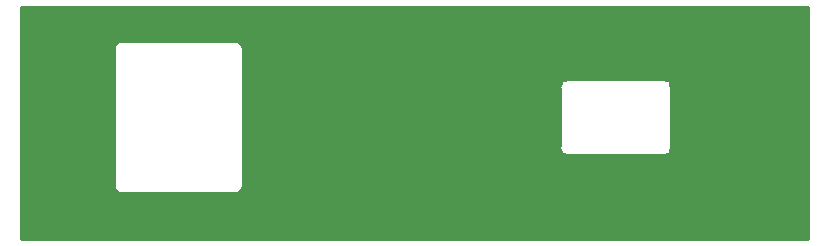
<source format=gbl>
G04 #@! TF.GenerationSoftware,KiCad,Pcbnew,5.0.0-rc2*
G04 #@! TF.CreationDate,2019-06-24T18:00:31-04:00*
G04 #@! TF.ProjectId,panelback,70616E656C6261636B2E6B696361645F,rev?*
G04 #@! TF.SameCoordinates,Original*
G04 #@! TF.FileFunction,Copper,L2,Bot,Signal*
G04 #@! TF.FilePolarity,Positive*
%FSLAX46Y46*%
G04 Gerber Fmt 4.6, Leading zero omitted, Abs format (unit mm)*
G04 Created by KiCad (PCBNEW 5.0.0-rc2) date Mon Jun 24 18:00:31 2019*
%MOMM*%
%LPD*%
G01*
G04 APERTURE LIST*
G04 #@! TA.AperFunction,NonConductor*
%ADD10C,0.254000*%
G04 #@! TD*
G04 APERTURE END LIST*
D10*
G36*
X127288801Y-99288800D02*
X60711199Y-99288800D01*
X60711199Y-83250000D01*
X68524867Y-83250000D01*
X68538800Y-83320046D01*
X68538801Y-94679949D01*
X68524867Y-94750000D01*
X68580064Y-95027496D01*
X68737254Y-95262746D01*
X68972504Y-95419936D01*
X69179954Y-95461200D01*
X69250000Y-95475133D01*
X69320045Y-95461200D01*
X78679955Y-95461200D01*
X78750000Y-95475133D01*
X78820046Y-95461200D01*
X79027496Y-95419936D01*
X79262746Y-95262746D01*
X79419936Y-95027496D01*
X79475133Y-94750000D01*
X79461199Y-94679949D01*
X79461199Y-86500000D01*
X106274867Y-86500000D01*
X106288801Y-86570051D01*
X106288800Y-91429953D01*
X106274867Y-91500000D01*
X106330064Y-91777496D01*
X106373000Y-91841754D01*
X106373000Y-92000000D01*
X106382667Y-92048601D01*
X106410197Y-92089803D01*
X106451399Y-92117333D01*
X106500000Y-92127000D01*
X106658246Y-92127000D01*
X106722504Y-92169936D01*
X106929954Y-92211200D01*
X106929955Y-92211200D01*
X107000000Y-92225133D01*
X107070046Y-92211200D01*
X114929954Y-92211200D01*
X115000000Y-92225133D01*
X115070045Y-92211200D01*
X115070046Y-92211200D01*
X115277496Y-92169936D01*
X115341754Y-92127000D01*
X115500000Y-92127000D01*
X115548601Y-92117333D01*
X115589803Y-92089803D01*
X115617333Y-92048601D01*
X115627000Y-92000000D01*
X115627000Y-91841754D01*
X115669936Y-91777496D01*
X115725133Y-91500000D01*
X115711200Y-91429953D01*
X115711199Y-87070050D01*
X115711200Y-87070045D01*
X115711199Y-86570050D01*
X115725133Y-86500000D01*
X115669936Y-86222504D01*
X115627000Y-86158246D01*
X115627000Y-86000000D01*
X115617333Y-85951399D01*
X115589803Y-85910197D01*
X115548601Y-85882667D01*
X115500000Y-85873000D01*
X115341754Y-85873000D01*
X115277496Y-85830064D01*
X115070046Y-85788800D01*
X115000000Y-85774867D01*
X114929955Y-85788800D01*
X107070045Y-85788800D01*
X107000000Y-85774867D01*
X106929954Y-85788800D01*
X106722504Y-85830064D01*
X106658246Y-85873000D01*
X106500000Y-85873000D01*
X106451399Y-85882667D01*
X106410197Y-85910197D01*
X106382667Y-85951399D01*
X106373000Y-86000000D01*
X106373000Y-86158246D01*
X106330064Y-86222504D01*
X106274867Y-86500000D01*
X79461199Y-86500000D01*
X79461200Y-83320046D01*
X79475133Y-83250000D01*
X79419936Y-82972504D01*
X79262746Y-82737254D01*
X79027496Y-82580064D01*
X78820046Y-82538800D01*
X78820045Y-82538800D01*
X78750000Y-82524867D01*
X78679954Y-82538800D01*
X69320046Y-82538800D01*
X69250000Y-82524867D01*
X69179955Y-82538800D01*
X69179954Y-82538800D01*
X68972504Y-82580064D01*
X68737254Y-82737254D01*
X68580064Y-82972504D01*
X68524867Y-83250000D01*
X60711199Y-83250000D01*
X60711200Y-79711200D01*
X127288800Y-79711200D01*
X127288801Y-99288800D01*
X127288801Y-99288800D01*
G37*
X127288801Y-99288800D02*
X60711199Y-99288800D01*
X60711199Y-83250000D01*
X68524867Y-83250000D01*
X68538800Y-83320046D01*
X68538801Y-94679949D01*
X68524867Y-94750000D01*
X68580064Y-95027496D01*
X68737254Y-95262746D01*
X68972504Y-95419936D01*
X69179954Y-95461200D01*
X69250000Y-95475133D01*
X69320045Y-95461200D01*
X78679955Y-95461200D01*
X78750000Y-95475133D01*
X78820046Y-95461200D01*
X79027496Y-95419936D01*
X79262746Y-95262746D01*
X79419936Y-95027496D01*
X79475133Y-94750000D01*
X79461199Y-94679949D01*
X79461199Y-86500000D01*
X106274867Y-86500000D01*
X106288801Y-86570051D01*
X106288800Y-91429953D01*
X106274867Y-91500000D01*
X106330064Y-91777496D01*
X106373000Y-91841754D01*
X106373000Y-92000000D01*
X106382667Y-92048601D01*
X106410197Y-92089803D01*
X106451399Y-92117333D01*
X106500000Y-92127000D01*
X106658246Y-92127000D01*
X106722504Y-92169936D01*
X106929954Y-92211200D01*
X106929955Y-92211200D01*
X107000000Y-92225133D01*
X107070046Y-92211200D01*
X114929954Y-92211200D01*
X115000000Y-92225133D01*
X115070045Y-92211200D01*
X115070046Y-92211200D01*
X115277496Y-92169936D01*
X115341754Y-92127000D01*
X115500000Y-92127000D01*
X115548601Y-92117333D01*
X115589803Y-92089803D01*
X115617333Y-92048601D01*
X115627000Y-92000000D01*
X115627000Y-91841754D01*
X115669936Y-91777496D01*
X115725133Y-91500000D01*
X115711200Y-91429953D01*
X115711199Y-87070050D01*
X115711200Y-87070045D01*
X115711199Y-86570050D01*
X115725133Y-86500000D01*
X115669936Y-86222504D01*
X115627000Y-86158246D01*
X115627000Y-86000000D01*
X115617333Y-85951399D01*
X115589803Y-85910197D01*
X115548601Y-85882667D01*
X115500000Y-85873000D01*
X115341754Y-85873000D01*
X115277496Y-85830064D01*
X115070046Y-85788800D01*
X115000000Y-85774867D01*
X114929955Y-85788800D01*
X107070045Y-85788800D01*
X107000000Y-85774867D01*
X106929954Y-85788800D01*
X106722504Y-85830064D01*
X106658246Y-85873000D01*
X106500000Y-85873000D01*
X106451399Y-85882667D01*
X106410197Y-85910197D01*
X106382667Y-85951399D01*
X106373000Y-86000000D01*
X106373000Y-86158246D01*
X106330064Y-86222504D01*
X106274867Y-86500000D01*
X79461199Y-86500000D01*
X79461200Y-83320046D01*
X79475133Y-83250000D01*
X79419936Y-82972504D01*
X79262746Y-82737254D01*
X79027496Y-82580064D01*
X78820046Y-82538800D01*
X78820045Y-82538800D01*
X78750000Y-82524867D01*
X78679954Y-82538800D01*
X69320046Y-82538800D01*
X69250000Y-82524867D01*
X69179955Y-82538800D01*
X69179954Y-82538800D01*
X68972504Y-82580064D01*
X68737254Y-82737254D01*
X68580064Y-82972504D01*
X68524867Y-83250000D01*
X60711199Y-83250000D01*
X60711200Y-79711200D01*
X127288800Y-79711200D01*
X127288801Y-99288800D01*
M02*

</source>
